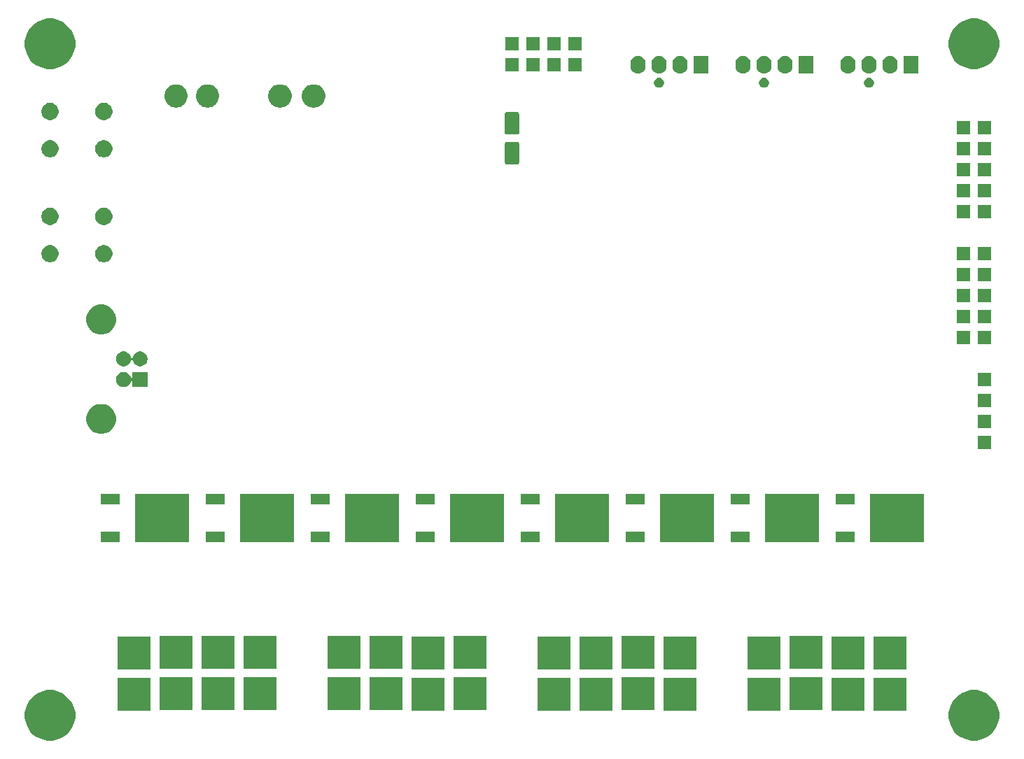
<source format=gbr>
G04 #@! TF.GenerationSoftware,KiCad,Pcbnew,5.1.5-52549c5~84~ubuntu18.04.1*
G04 #@! TF.CreationDate,2020-01-05T00:06:13+01:00*
G04 #@! TF.ProjectId,PCB,5043422e-6b69-4636-9164-5f7063625858,rev?*
G04 #@! TF.SameCoordinates,Original*
G04 #@! TF.FileFunction,Soldermask,Top*
G04 #@! TF.FilePolarity,Negative*
%FSLAX46Y46*%
G04 Gerber Fmt 4.6, Leading zero omitted, Abs format (unit mm)*
G04 Created by KiCad (PCBNEW 5.1.5-52549c5~84~ubuntu18.04.1) date 2020-01-05 00:06:13*
%MOMM*%
%LPD*%
G04 APERTURE LIST*
%ADD10C,0.100000*%
G04 APERTURE END LIST*
D10*
G36*
X204089943Y-129146248D02*
G01*
X204645189Y-129376238D01*
X204645190Y-129376239D01*
X205144899Y-129710134D01*
X205569866Y-130135101D01*
X205569867Y-130135103D01*
X205903762Y-130634811D01*
X206133752Y-131190057D01*
X206251000Y-131779501D01*
X206251000Y-132380499D01*
X206133752Y-132969943D01*
X205903762Y-133525189D01*
X205903761Y-133525190D01*
X205569866Y-134024899D01*
X205144899Y-134449866D01*
X204893347Y-134617948D01*
X204645189Y-134783762D01*
X204089943Y-135013752D01*
X203500499Y-135131000D01*
X202899501Y-135131000D01*
X202310057Y-135013752D01*
X201754811Y-134783762D01*
X201506653Y-134617948D01*
X201255101Y-134449866D01*
X200830134Y-134024899D01*
X200496239Y-133525190D01*
X200496238Y-133525189D01*
X200266248Y-132969943D01*
X200149000Y-132380499D01*
X200149000Y-131779501D01*
X200266248Y-131190057D01*
X200496238Y-130634811D01*
X200830133Y-130135103D01*
X200830134Y-130135101D01*
X201255101Y-129710134D01*
X201754810Y-129376239D01*
X201754811Y-129376238D01*
X202310057Y-129146248D01*
X202899501Y-129029000D01*
X203500499Y-129029000D01*
X204089943Y-129146248D01*
G37*
G36*
X92329943Y-129146248D02*
G01*
X92885189Y-129376238D01*
X92885190Y-129376239D01*
X93384899Y-129710134D01*
X93809866Y-130135101D01*
X93809867Y-130135103D01*
X94143762Y-130634811D01*
X94373752Y-131190057D01*
X94491000Y-131779501D01*
X94491000Y-132380499D01*
X94373752Y-132969943D01*
X94143762Y-133525189D01*
X94143761Y-133525190D01*
X93809866Y-134024899D01*
X93384899Y-134449866D01*
X93133347Y-134617948D01*
X92885189Y-134783762D01*
X92329943Y-135013752D01*
X91740499Y-135131000D01*
X91139501Y-135131000D01*
X90550057Y-135013752D01*
X89994811Y-134783762D01*
X89746653Y-134617948D01*
X89495101Y-134449866D01*
X89070134Y-134024899D01*
X88736239Y-133525190D01*
X88736238Y-133525189D01*
X88506248Y-132969943D01*
X88389000Y-132380499D01*
X88389000Y-131779501D01*
X88506248Y-131190057D01*
X88736238Y-130634811D01*
X89070133Y-130135103D01*
X89070134Y-130135101D01*
X89495101Y-129710134D01*
X89994810Y-129376239D01*
X89994811Y-129376238D01*
X90550057Y-129146248D01*
X91139501Y-129029000D01*
X91740499Y-129029000D01*
X92329943Y-129146248D01*
G37*
G36*
X179756000Y-131496000D02*
G01*
X175844000Y-131496000D01*
X175844000Y-127584000D01*
X179756000Y-127584000D01*
X179756000Y-131496000D01*
G37*
G36*
X189916000Y-131496000D02*
G01*
X186004000Y-131496000D01*
X186004000Y-127584000D01*
X189916000Y-127584000D01*
X189916000Y-131496000D01*
G37*
G36*
X194996000Y-131496000D02*
G01*
X191084000Y-131496000D01*
X191084000Y-127584000D01*
X194996000Y-127584000D01*
X194996000Y-131496000D01*
G37*
G36*
X159436000Y-131496000D02*
G01*
X155524000Y-131496000D01*
X155524000Y-127584000D01*
X159436000Y-127584000D01*
X159436000Y-131496000D01*
G37*
G36*
X154356000Y-131496000D02*
G01*
X150444000Y-131496000D01*
X150444000Y-127584000D01*
X154356000Y-127584000D01*
X154356000Y-131496000D01*
G37*
G36*
X139116000Y-131496000D02*
G01*
X135204000Y-131496000D01*
X135204000Y-127584000D01*
X139116000Y-127584000D01*
X139116000Y-131496000D01*
G37*
G36*
X103556000Y-131496000D02*
G01*
X99644000Y-131496000D01*
X99644000Y-127584000D01*
X103556000Y-127584000D01*
X103556000Y-131496000D01*
G37*
G36*
X169596000Y-131496000D02*
G01*
X165684000Y-131496000D01*
X165684000Y-127584000D01*
X169596000Y-127584000D01*
X169596000Y-131496000D01*
G37*
G36*
X118796000Y-131416000D02*
G01*
X114884000Y-131416000D01*
X114884000Y-127504000D01*
X118796000Y-127504000D01*
X118796000Y-131416000D01*
G37*
G36*
X184836000Y-131416000D02*
G01*
X180924000Y-131416000D01*
X180924000Y-127504000D01*
X184836000Y-127504000D01*
X184836000Y-131416000D01*
G37*
G36*
X144196000Y-131416000D02*
G01*
X140284000Y-131416000D01*
X140284000Y-127504000D01*
X144196000Y-127504000D01*
X144196000Y-131416000D01*
G37*
G36*
X113716000Y-131416000D02*
G01*
X109804000Y-131416000D01*
X109804000Y-127504000D01*
X113716000Y-127504000D01*
X113716000Y-131416000D01*
G37*
G36*
X108636000Y-131416000D02*
G01*
X104724000Y-131416000D01*
X104724000Y-127504000D01*
X108636000Y-127504000D01*
X108636000Y-131416000D01*
G37*
G36*
X134036000Y-131416000D02*
G01*
X130124000Y-131416000D01*
X130124000Y-127504000D01*
X134036000Y-127504000D01*
X134036000Y-131416000D01*
G37*
G36*
X128956000Y-131416000D02*
G01*
X125044000Y-131416000D01*
X125044000Y-127504000D01*
X128956000Y-127504000D01*
X128956000Y-131416000D01*
G37*
G36*
X164516000Y-131416000D02*
G01*
X160604000Y-131416000D01*
X160604000Y-127504000D01*
X164516000Y-127504000D01*
X164516000Y-131416000D01*
G37*
G36*
X139116000Y-126496000D02*
G01*
X135204000Y-126496000D01*
X135204000Y-122584000D01*
X139116000Y-122584000D01*
X139116000Y-126496000D01*
G37*
G36*
X169596000Y-126496000D02*
G01*
X165684000Y-126496000D01*
X165684000Y-122584000D01*
X169596000Y-122584000D01*
X169596000Y-126496000D01*
G37*
G36*
X194996000Y-126496000D02*
G01*
X191084000Y-126496000D01*
X191084000Y-122584000D01*
X194996000Y-122584000D01*
X194996000Y-126496000D01*
G37*
G36*
X179756000Y-126496000D02*
G01*
X175844000Y-126496000D01*
X175844000Y-122584000D01*
X179756000Y-122584000D01*
X179756000Y-126496000D01*
G37*
G36*
X189916000Y-126496000D02*
G01*
X186004000Y-126496000D01*
X186004000Y-122584000D01*
X189916000Y-122584000D01*
X189916000Y-126496000D01*
G37*
G36*
X159436000Y-126496000D02*
G01*
X155524000Y-126496000D01*
X155524000Y-122584000D01*
X159436000Y-122584000D01*
X159436000Y-126496000D01*
G37*
G36*
X154356000Y-126496000D02*
G01*
X150444000Y-126496000D01*
X150444000Y-122584000D01*
X154356000Y-122584000D01*
X154356000Y-126496000D01*
G37*
G36*
X103556000Y-126496000D02*
G01*
X99644000Y-126496000D01*
X99644000Y-122584000D01*
X103556000Y-122584000D01*
X103556000Y-126496000D01*
G37*
G36*
X134036000Y-126416000D02*
G01*
X130124000Y-126416000D01*
X130124000Y-122504000D01*
X134036000Y-122504000D01*
X134036000Y-126416000D01*
G37*
G36*
X144196000Y-126416000D02*
G01*
X140284000Y-126416000D01*
X140284000Y-122504000D01*
X144196000Y-122504000D01*
X144196000Y-126416000D01*
G37*
G36*
X128956000Y-126416000D02*
G01*
X125044000Y-126416000D01*
X125044000Y-122504000D01*
X128956000Y-122504000D01*
X128956000Y-126416000D01*
G37*
G36*
X184836000Y-126416000D02*
G01*
X180924000Y-126416000D01*
X180924000Y-122504000D01*
X184836000Y-122504000D01*
X184836000Y-126416000D01*
G37*
G36*
X164516000Y-126416000D02*
G01*
X160604000Y-126416000D01*
X160604000Y-122504000D01*
X164516000Y-122504000D01*
X164516000Y-126416000D01*
G37*
G36*
X108636000Y-126416000D02*
G01*
X104724000Y-126416000D01*
X104724000Y-122504000D01*
X108636000Y-122504000D01*
X108636000Y-126416000D01*
G37*
G36*
X113716000Y-126416000D02*
G01*
X109804000Y-126416000D01*
X109804000Y-122504000D01*
X113716000Y-122504000D01*
X113716000Y-126416000D01*
G37*
G36*
X118796000Y-126416000D02*
G01*
X114884000Y-126416000D01*
X114884000Y-122504000D01*
X118796000Y-122504000D01*
X118796000Y-126416000D01*
G37*
G36*
X146356000Y-111156000D02*
G01*
X139854000Y-111156000D01*
X139854000Y-105254000D01*
X146356000Y-105254000D01*
X146356000Y-111156000D01*
G37*
G36*
X197156000Y-111156000D02*
G01*
X190654000Y-111156000D01*
X190654000Y-105254000D01*
X197156000Y-105254000D01*
X197156000Y-111156000D01*
G37*
G36*
X184456000Y-111156000D02*
G01*
X177954000Y-111156000D01*
X177954000Y-105254000D01*
X184456000Y-105254000D01*
X184456000Y-111156000D01*
G37*
G36*
X171756000Y-111156000D02*
G01*
X165254000Y-111156000D01*
X165254000Y-105254000D01*
X171756000Y-105254000D01*
X171756000Y-111156000D01*
G37*
G36*
X159056000Y-111156000D02*
G01*
X152554000Y-111156000D01*
X152554000Y-105254000D01*
X159056000Y-105254000D01*
X159056000Y-111156000D01*
G37*
G36*
X133656000Y-111156000D02*
G01*
X127154000Y-111156000D01*
X127154000Y-105254000D01*
X133656000Y-105254000D01*
X133656000Y-111156000D01*
G37*
G36*
X120956000Y-111156000D02*
G01*
X114454000Y-111156000D01*
X114454000Y-105254000D01*
X120956000Y-105254000D01*
X120956000Y-111156000D01*
G37*
G36*
X108256000Y-111156000D02*
G01*
X101754000Y-111156000D01*
X101754000Y-105254000D01*
X108256000Y-105254000D01*
X108256000Y-111156000D01*
G37*
G36*
X150656000Y-111136000D02*
G01*
X148354000Y-111136000D01*
X148354000Y-109834000D01*
X150656000Y-109834000D01*
X150656000Y-111136000D01*
G37*
G36*
X188756000Y-111136000D02*
G01*
X186454000Y-111136000D01*
X186454000Y-109834000D01*
X188756000Y-109834000D01*
X188756000Y-111136000D01*
G37*
G36*
X176056000Y-111136000D02*
G01*
X173754000Y-111136000D01*
X173754000Y-109834000D01*
X176056000Y-109834000D01*
X176056000Y-111136000D01*
G37*
G36*
X163356000Y-111136000D02*
G01*
X161054000Y-111136000D01*
X161054000Y-109834000D01*
X163356000Y-109834000D01*
X163356000Y-111136000D01*
G37*
G36*
X125256000Y-111136000D02*
G01*
X122954000Y-111136000D01*
X122954000Y-109834000D01*
X125256000Y-109834000D01*
X125256000Y-111136000D01*
G37*
G36*
X112556000Y-111136000D02*
G01*
X110254000Y-111136000D01*
X110254000Y-109834000D01*
X112556000Y-109834000D01*
X112556000Y-111136000D01*
G37*
G36*
X99856000Y-111136000D02*
G01*
X97554000Y-111136000D01*
X97554000Y-109834000D01*
X99856000Y-109834000D01*
X99856000Y-111136000D01*
G37*
G36*
X137956000Y-111136000D02*
G01*
X135654000Y-111136000D01*
X135654000Y-109834000D01*
X137956000Y-109834000D01*
X137956000Y-111136000D01*
G37*
G36*
X137956000Y-106576000D02*
G01*
X135654000Y-106576000D01*
X135654000Y-105274000D01*
X137956000Y-105274000D01*
X137956000Y-106576000D01*
G37*
G36*
X163356000Y-106576000D02*
G01*
X161054000Y-106576000D01*
X161054000Y-105274000D01*
X163356000Y-105274000D01*
X163356000Y-106576000D01*
G37*
G36*
X176056000Y-106576000D02*
G01*
X173754000Y-106576000D01*
X173754000Y-105274000D01*
X176056000Y-105274000D01*
X176056000Y-106576000D01*
G37*
G36*
X150656000Y-106576000D02*
G01*
X148354000Y-106576000D01*
X148354000Y-105274000D01*
X150656000Y-105274000D01*
X150656000Y-106576000D01*
G37*
G36*
X99856000Y-106576000D02*
G01*
X97554000Y-106576000D01*
X97554000Y-105274000D01*
X99856000Y-105274000D01*
X99856000Y-106576000D01*
G37*
G36*
X112556000Y-106576000D02*
G01*
X110254000Y-106576000D01*
X110254000Y-105274000D01*
X112556000Y-105274000D01*
X112556000Y-106576000D01*
G37*
G36*
X188756000Y-106576000D02*
G01*
X186454000Y-106576000D01*
X186454000Y-105274000D01*
X188756000Y-105274000D01*
X188756000Y-106576000D01*
G37*
G36*
X125256000Y-106576000D02*
G01*
X122954000Y-106576000D01*
X122954000Y-105274000D01*
X125256000Y-105274000D01*
X125256000Y-106576000D01*
G37*
G36*
X205283000Y-99873000D02*
G01*
X203657000Y-99873000D01*
X203657000Y-98247000D01*
X205283000Y-98247000D01*
X205283000Y-99873000D01*
G37*
G36*
X98145331Y-94478211D02*
G01*
X98473092Y-94613974D01*
X98768070Y-94811072D01*
X99018928Y-95061930D01*
X99216026Y-95356908D01*
X99351789Y-95684669D01*
X99421000Y-96032616D01*
X99421000Y-96387384D01*
X99351789Y-96735331D01*
X99216026Y-97063092D01*
X99018928Y-97358070D01*
X98768070Y-97608928D01*
X98473092Y-97806026D01*
X98145331Y-97941789D01*
X97797384Y-98011000D01*
X97442616Y-98011000D01*
X97094669Y-97941789D01*
X96766908Y-97806026D01*
X96471930Y-97608928D01*
X96221072Y-97358070D01*
X96023974Y-97063092D01*
X95888211Y-96735331D01*
X95819000Y-96387384D01*
X95819000Y-96032616D01*
X95888211Y-95684669D01*
X96023974Y-95356908D01*
X96221072Y-95061930D01*
X96471930Y-94811072D01*
X96766908Y-94613974D01*
X97094669Y-94478211D01*
X97442616Y-94409000D01*
X97797384Y-94409000D01*
X98145331Y-94478211D01*
G37*
G36*
X205283000Y-97333000D02*
G01*
X203657000Y-97333000D01*
X203657000Y-95707000D01*
X205283000Y-95707000D01*
X205283000Y-97333000D01*
G37*
G36*
X205283000Y-94793000D02*
G01*
X203657000Y-94793000D01*
X203657000Y-93167000D01*
X205283000Y-93167000D01*
X205283000Y-94793000D01*
G37*
G36*
X100443512Y-90543927D02*
G01*
X100592812Y-90573624D01*
X100756784Y-90641544D01*
X100904354Y-90740147D01*
X101029853Y-90865646D01*
X101128456Y-91013216D01*
X101188523Y-91158229D01*
X101200068Y-91179829D01*
X101215613Y-91198771D01*
X101234555Y-91214316D01*
X101256166Y-91225867D01*
X101279615Y-91232980D01*
X101304001Y-91235382D01*
X101328387Y-91232980D01*
X101351836Y-91225867D01*
X101373447Y-91214316D01*
X101392389Y-91198771D01*
X101407934Y-91179829D01*
X101419485Y-91158218D01*
X101426598Y-91134769D01*
X101429000Y-91110383D01*
X101429000Y-90539000D01*
X103231000Y-90539000D01*
X103231000Y-92341000D01*
X101429000Y-92341000D01*
X101429000Y-91769617D01*
X101426598Y-91745231D01*
X101419485Y-91721782D01*
X101407934Y-91700171D01*
X101392389Y-91681229D01*
X101373447Y-91665684D01*
X101351836Y-91654133D01*
X101328387Y-91647020D01*
X101304001Y-91644618D01*
X101279615Y-91647020D01*
X101256166Y-91654133D01*
X101234555Y-91665684D01*
X101215613Y-91681229D01*
X101200068Y-91700171D01*
X101188523Y-91721771D01*
X101128456Y-91866784D01*
X101029853Y-92014354D01*
X100904354Y-92139853D01*
X100756784Y-92238456D01*
X100592812Y-92306376D01*
X100443512Y-92336073D01*
X100418742Y-92341000D01*
X100241258Y-92341000D01*
X100216488Y-92336073D01*
X100067188Y-92306376D01*
X99903216Y-92238456D01*
X99755646Y-92139853D01*
X99630147Y-92014354D01*
X99531544Y-91866784D01*
X99463624Y-91702812D01*
X99429000Y-91528741D01*
X99429000Y-91351259D01*
X99463624Y-91177188D01*
X99531544Y-91013216D01*
X99630147Y-90865646D01*
X99755646Y-90740147D01*
X99903216Y-90641544D01*
X100067188Y-90573624D01*
X100216488Y-90543927D01*
X100241258Y-90539000D01*
X100418742Y-90539000D01*
X100443512Y-90543927D01*
G37*
G36*
X205283000Y-92253000D02*
G01*
X203657000Y-92253000D01*
X203657000Y-90627000D01*
X205283000Y-90627000D01*
X205283000Y-92253000D01*
G37*
G36*
X100443512Y-88043927D02*
G01*
X100592812Y-88073624D01*
X100756784Y-88141544D01*
X100904354Y-88240147D01*
X101029853Y-88365646D01*
X101128456Y-88513216D01*
X101196376Y-88677188D01*
X101207405Y-88732638D01*
X101214516Y-88756078D01*
X101226067Y-88777689D01*
X101241613Y-88796631D01*
X101260555Y-88812176D01*
X101282165Y-88823727D01*
X101305614Y-88830840D01*
X101330000Y-88833242D01*
X101354387Y-88830840D01*
X101377835Y-88823727D01*
X101399446Y-88812176D01*
X101418388Y-88796630D01*
X101433933Y-88777688D01*
X101445484Y-88756078D01*
X101452595Y-88732638D01*
X101463624Y-88677188D01*
X101531544Y-88513216D01*
X101630147Y-88365646D01*
X101755646Y-88240147D01*
X101903216Y-88141544D01*
X102067188Y-88073624D01*
X102216488Y-88043927D01*
X102241258Y-88039000D01*
X102418742Y-88039000D01*
X102443512Y-88043927D01*
X102592812Y-88073624D01*
X102756784Y-88141544D01*
X102904354Y-88240147D01*
X103029853Y-88365646D01*
X103128456Y-88513216D01*
X103196376Y-88677188D01*
X103231000Y-88851259D01*
X103231000Y-89028741D01*
X103196376Y-89202812D01*
X103128456Y-89366784D01*
X103029853Y-89514354D01*
X102904354Y-89639853D01*
X102756784Y-89738456D01*
X102592812Y-89806376D01*
X102443512Y-89836073D01*
X102418742Y-89841000D01*
X102241258Y-89841000D01*
X102216488Y-89836073D01*
X102067188Y-89806376D01*
X101903216Y-89738456D01*
X101755646Y-89639853D01*
X101630147Y-89514354D01*
X101531544Y-89366784D01*
X101463624Y-89202812D01*
X101452595Y-89147362D01*
X101445484Y-89123922D01*
X101433933Y-89102311D01*
X101418387Y-89083369D01*
X101399445Y-89067824D01*
X101377835Y-89056273D01*
X101354386Y-89049160D01*
X101330000Y-89046758D01*
X101305613Y-89049160D01*
X101282165Y-89056273D01*
X101260554Y-89067824D01*
X101241612Y-89083370D01*
X101226067Y-89102312D01*
X101214516Y-89123922D01*
X101207405Y-89147362D01*
X101196376Y-89202812D01*
X101128456Y-89366784D01*
X101029853Y-89514354D01*
X100904354Y-89639853D01*
X100756784Y-89738456D01*
X100592812Y-89806376D01*
X100443512Y-89836073D01*
X100418742Y-89841000D01*
X100241258Y-89841000D01*
X100216488Y-89836073D01*
X100067188Y-89806376D01*
X99903216Y-89738456D01*
X99755646Y-89639853D01*
X99630147Y-89514354D01*
X99531544Y-89366784D01*
X99463624Y-89202812D01*
X99429000Y-89028741D01*
X99429000Y-88851259D01*
X99463624Y-88677188D01*
X99531544Y-88513216D01*
X99630147Y-88365646D01*
X99755646Y-88240147D01*
X99903216Y-88141544D01*
X100067188Y-88073624D01*
X100216488Y-88043927D01*
X100241258Y-88039000D01*
X100418742Y-88039000D01*
X100443512Y-88043927D01*
G37*
G36*
X205283000Y-87173000D02*
G01*
X203657000Y-87173000D01*
X203657000Y-85547000D01*
X205283000Y-85547000D01*
X205283000Y-87173000D01*
G37*
G36*
X202743000Y-87173000D02*
G01*
X201117000Y-87173000D01*
X201117000Y-85547000D01*
X202743000Y-85547000D01*
X202743000Y-87173000D01*
G37*
G36*
X98145331Y-82438211D02*
G01*
X98473092Y-82573974D01*
X98768070Y-82771072D01*
X99018928Y-83021930D01*
X99216026Y-83316908D01*
X99351789Y-83644669D01*
X99421000Y-83992616D01*
X99421000Y-84347384D01*
X99351789Y-84695331D01*
X99216026Y-85023092D01*
X99018928Y-85318070D01*
X98768070Y-85568928D01*
X98473092Y-85766026D01*
X98145331Y-85901789D01*
X97797384Y-85971000D01*
X97442616Y-85971000D01*
X97094669Y-85901789D01*
X96766908Y-85766026D01*
X96471930Y-85568928D01*
X96221072Y-85318070D01*
X96023974Y-85023092D01*
X95888211Y-84695331D01*
X95819000Y-84347384D01*
X95819000Y-83992616D01*
X95888211Y-83644669D01*
X96023974Y-83316908D01*
X96221072Y-83021930D01*
X96471930Y-82771072D01*
X96766908Y-82573974D01*
X97094669Y-82438211D01*
X97442616Y-82369000D01*
X97797384Y-82369000D01*
X98145331Y-82438211D01*
G37*
G36*
X205283000Y-84633000D02*
G01*
X203657000Y-84633000D01*
X203657000Y-83007000D01*
X205283000Y-83007000D01*
X205283000Y-84633000D01*
G37*
G36*
X202743000Y-84633000D02*
G01*
X201117000Y-84633000D01*
X201117000Y-83007000D01*
X202743000Y-83007000D01*
X202743000Y-84633000D01*
G37*
G36*
X205283000Y-82093000D02*
G01*
X203657000Y-82093000D01*
X203657000Y-80467000D01*
X205283000Y-80467000D01*
X205283000Y-82093000D01*
G37*
G36*
X202743000Y-82093000D02*
G01*
X201117000Y-82093000D01*
X201117000Y-80467000D01*
X202743000Y-80467000D01*
X202743000Y-82093000D01*
G37*
G36*
X202743000Y-79553000D02*
G01*
X201117000Y-79553000D01*
X201117000Y-77927000D01*
X202743000Y-77927000D01*
X202743000Y-79553000D01*
G37*
G36*
X205283000Y-79553000D02*
G01*
X203657000Y-79553000D01*
X203657000Y-77927000D01*
X205283000Y-77927000D01*
X205283000Y-79553000D01*
G37*
G36*
X98246564Y-75189389D02*
G01*
X98437833Y-75268615D01*
X98437835Y-75268616D01*
X98609973Y-75383635D01*
X98756365Y-75530027D01*
X98871385Y-75702167D01*
X98950611Y-75893436D01*
X98991000Y-76096484D01*
X98991000Y-76303516D01*
X98950611Y-76506564D01*
X98871385Y-76697833D01*
X98871384Y-76697835D01*
X98756365Y-76869973D01*
X98609973Y-77016365D01*
X98437835Y-77131384D01*
X98437834Y-77131385D01*
X98437833Y-77131385D01*
X98246564Y-77210611D01*
X98043516Y-77251000D01*
X97836484Y-77251000D01*
X97633436Y-77210611D01*
X97442167Y-77131385D01*
X97442166Y-77131385D01*
X97442165Y-77131384D01*
X97270027Y-77016365D01*
X97123635Y-76869973D01*
X97008616Y-76697835D01*
X97008615Y-76697833D01*
X96929389Y-76506564D01*
X96889000Y-76303516D01*
X96889000Y-76096484D01*
X96929389Y-75893436D01*
X97008615Y-75702167D01*
X97123635Y-75530027D01*
X97270027Y-75383635D01*
X97442165Y-75268616D01*
X97442167Y-75268615D01*
X97633436Y-75189389D01*
X97836484Y-75149000D01*
X98043516Y-75149000D01*
X98246564Y-75189389D01*
G37*
G36*
X91746564Y-75189389D02*
G01*
X91937833Y-75268615D01*
X91937835Y-75268616D01*
X92109973Y-75383635D01*
X92256365Y-75530027D01*
X92371385Y-75702167D01*
X92450611Y-75893436D01*
X92491000Y-76096484D01*
X92491000Y-76303516D01*
X92450611Y-76506564D01*
X92371385Y-76697833D01*
X92371384Y-76697835D01*
X92256365Y-76869973D01*
X92109973Y-77016365D01*
X91937835Y-77131384D01*
X91937834Y-77131385D01*
X91937833Y-77131385D01*
X91746564Y-77210611D01*
X91543516Y-77251000D01*
X91336484Y-77251000D01*
X91133436Y-77210611D01*
X90942167Y-77131385D01*
X90942166Y-77131385D01*
X90942165Y-77131384D01*
X90770027Y-77016365D01*
X90623635Y-76869973D01*
X90508616Y-76697835D01*
X90508615Y-76697833D01*
X90429389Y-76506564D01*
X90389000Y-76303516D01*
X90389000Y-76096484D01*
X90429389Y-75893436D01*
X90508615Y-75702167D01*
X90623635Y-75530027D01*
X90770027Y-75383635D01*
X90942165Y-75268616D01*
X90942167Y-75268615D01*
X91133436Y-75189389D01*
X91336484Y-75149000D01*
X91543516Y-75149000D01*
X91746564Y-75189389D01*
G37*
G36*
X205283000Y-77013000D02*
G01*
X203657000Y-77013000D01*
X203657000Y-75387000D01*
X205283000Y-75387000D01*
X205283000Y-77013000D01*
G37*
G36*
X202743000Y-77013000D02*
G01*
X201117000Y-77013000D01*
X201117000Y-75387000D01*
X202743000Y-75387000D01*
X202743000Y-77013000D01*
G37*
G36*
X98246564Y-70689389D02*
G01*
X98437833Y-70768615D01*
X98437835Y-70768616D01*
X98609973Y-70883635D01*
X98756365Y-71030027D01*
X98871385Y-71202167D01*
X98950611Y-71393436D01*
X98991000Y-71596484D01*
X98991000Y-71803516D01*
X98950611Y-72006564D01*
X98871385Y-72197833D01*
X98871384Y-72197835D01*
X98756365Y-72369973D01*
X98609973Y-72516365D01*
X98437835Y-72631384D01*
X98437834Y-72631385D01*
X98437833Y-72631385D01*
X98246564Y-72710611D01*
X98043516Y-72751000D01*
X97836484Y-72751000D01*
X97633436Y-72710611D01*
X97442167Y-72631385D01*
X97442166Y-72631385D01*
X97442165Y-72631384D01*
X97270027Y-72516365D01*
X97123635Y-72369973D01*
X97008616Y-72197835D01*
X97008615Y-72197833D01*
X96929389Y-72006564D01*
X96889000Y-71803516D01*
X96889000Y-71596484D01*
X96929389Y-71393436D01*
X97008615Y-71202167D01*
X97123635Y-71030027D01*
X97270027Y-70883635D01*
X97442165Y-70768616D01*
X97442167Y-70768615D01*
X97633436Y-70689389D01*
X97836484Y-70649000D01*
X98043516Y-70649000D01*
X98246564Y-70689389D01*
G37*
G36*
X91746564Y-70689389D02*
G01*
X91937833Y-70768615D01*
X91937835Y-70768616D01*
X92109973Y-70883635D01*
X92256365Y-71030027D01*
X92371385Y-71202167D01*
X92450611Y-71393436D01*
X92491000Y-71596484D01*
X92491000Y-71803516D01*
X92450611Y-72006564D01*
X92371385Y-72197833D01*
X92371384Y-72197835D01*
X92256365Y-72369973D01*
X92109973Y-72516365D01*
X91937835Y-72631384D01*
X91937834Y-72631385D01*
X91937833Y-72631385D01*
X91746564Y-72710611D01*
X91543516Y-72751000D01*
X91336484Y-72751000D01*
X91133436Y-72710611D01*
X90942167Y-72631385D01*
X90942166Y-72631385D01*
X90942165Y-72631384D01*
X90770027Y-72516365D01*
X90623635Y-72369973D01*
X90508616Y-72197835D01*
X90508615Y-72197833D01*
X90429389Y-72006564D01*
X90389000Y-71803516D01*
X90389000Y-71596484D01*
X90429389Y-71393436D01*
X90508615Y-71202167D01*
X90623635Y-71030027D01*
X90770027Y-70883635D01*
X90942165Y-70768616D01*
X90942167Y-70768615D01*
X91133436Y-70689389D01*
X91336484Y-70649000D01*
X91543516Y-70649000D01*
X91746564Y-70689389D01*
G37*
G36*
X205283000Y-71933000D02*
G01*
X203657000Y-71933000D01*
X203657000Y-70307000D01*
X205283000Y-70307000D01*
X205283000Y-71933000D01*
G37*
G36*
X202743000Y-71933000D02*
G01*
X201117000Y-71933000D01*
X201117000Y-70307000D01*
X202743000Y-70307000D01*
X202743000Y-71933000D01*
G37*
G36*
X202743000Y-69393000D02*
G01*
X201117000Y-69393000D01*
X201117000Y-67767000D01*
X202743000Y-67767000D01*
X202743000Y-69393000D01*
G37*
G36*
X205283000Y-69393000D02*
G01*
X203657000Y-69393000D01*
X203657000Y-67767000D01*
X205283000Y-67767000D01*
X205283000Y-69393000D01*
G37*
G36*
X205283000Y-66853000D02*
G01*
X203657000Y-66853000D01*
X203657000Y-65227000D01*
X205283000Y-65227000D01*
X205283000Y-66853000D01*
G37*
G36*
X202743000Y-66853000D02*
G01*
X201117000Y-66853000D01*
X201117000Y-65227000D01*
X202743000Y-65227000D01*
X202743000Y-66853000D01*
G37*
G36*
X148025997Y-62683051D02*
G01*
X148059652Y-62693261D01*
X148090665Y-62709838D01*
X148117851Y-62732149D01*
X148140162Y-62759335D01*
X148156739Y-62790348D01*
X148166949Y-62824003D01*
X148171000Y-62865138D01*
X148171000Y-65194862D01*
X148166949Y-65235997D01*
X148156739Y-65269652D01*
X148140162Y-65300665D01*
X148117851Y-65327851D01*
X148090665Y-65350162D01*
X148059652Y-65366739D01*
X148025997Y-65376949D01*
X147984862Y-65381000D01*
X146655138Y-65381000D01*
X146614003Y-65376949D01*
X146580348Y-65366739D01*
X146549335Y-65350162D01*
X146522149Y-65327851D01*
X146499838Y-65300665D01*
X146483261Y-65269652D01*
X146473051Y-65235997D01*
X146469000Y-65194862D01*
X146469000Y-62865138D01*
X146473051Y-62824003D01*
X146483261Y-62790348D01*
X146499838Y-62759335D01*
X146522149Y-62732149D01*
X146549335Y-62709838D01*
X146580348Y-62693261D01*
X146614003Y-62683051D01*
X146655138Y-62679000D01*
X147984862Y-62679000D01*
X148025997Y-62683051D01*
G37*
G36*
X98246564Y-62489389D02*
G01*
X98437833Y-62568615D01*
X98437835Y-62568616D01*
X98603036Y-62679000D01*
X98609973Y-62683635D01*
X98756365Y-62830027D01*
X98871385Y-63002167D01*
X98950611Y-63193436D01*
X98991000Y-63396484D01*
X98991000Y-63603516D01*
X98950611Y-63806564D01*
X98871385Y-63997833D01*
X98871384Y-63997835D01*
X98756365Y-64169973D01*
X98609973Y-64316365D01*
X98437835Y-64431384D01*
X98437834Y-64431385D01*
X98437833Y-64431385D01*
X98246564Y-64510611D01*
X98043516Y-64551000D01*
X97836484Y-64551000D01*
X97633436Y-64510611D01*
X97442167Y-64431385D01*
X97442166Y-64431385D01*
X97442165Y-64431384D01*
X97270027Y-64316365D01*
X97123635Y-64169973D01*
X97008616Y-63997835D01*
X97008615Y-63997833D01*
X96929389Y-63806564D01*
X96889000Y-63603516D01*
X96889000Y-63396484D01*
X96929389Y-63193436D01*
X97008615Y-63002167D01*
X97123635Y-62830027D01*
X97270027Y-62683635D01*
X97276964Y-62679000D01*
X97442165Y-62568616D01*
X97442167Y-62568615D01*
X97633436Y-62489389D01*
X97836484Y-62449000D01*
X98043516Y-62449000D01*
X98246564Y-62489389D01*
G37*
G36*
X91746564Y-62489389D02*
G01*
X91937833Y-62568615D01*
X91937835Y-62568616D01*
X92103036Y-62679000D01*
X92109973Y-62683635D01*
X92256365Y-62830027D01*
X92371385Y-63002167D01*
X92450611Y-63193436D01*
X92491000Y-63396484D01*
X92491000Y-63603516D01*
X92450611Y-63806564D01*
X92371385Y-63997833D01*
X92371384Y-63997835D01*
X92256365Y-64169973D01*
X92109973Y-64316365D01*
X91937835Y-64431384D01*
X91937834Y-64431385D01*
X91937833Y-64431385D01*
X91746564Y-64510611D01*
X91543516Y-64551000D01*
X91336484Y-64551000D01*
X91133436Y-64510611D01*
X90942167Y-64431385D01*
X90942166Y-64431385D01*
X90942165Y-64431384D01*
X90770027Y-64316365D01*
X90623635Y-64169973D01*
X90508616Y-63997835D01*
X90508615Y-63997833D01*
X90429389Y-63806564D01*
X90389000Y-63603516D01*
X90389000Y-63396484D01*
X90429389Y-63193436D01*
X90508615Y-63002167D01*
X90623635Y-62830027D01*
X90770027Y-62683635D01*
X90776964Y-62679000D01*
X90942165Y-62568616D01*
X90942167Y-62568615D01*
X91133436Y-62489389D01*
X91336484Y-62449000D01*
X91543516Y-62449000D01*
X91746564Y-62489389D01*
G37*
G36*
X202743000Y-64313000D02*
G01*
X201117000Y-64313000D01*
X201117000Y-62687000D01*
X202743000Y-62687000D01*
X202743000Y-64313000D01*
G37*
G36*
X205283000Y-64313000D02*
G01*
X203657000Y-64313000D01*
X203657000Y-62687000D01*
X205283000Y-62687000D01*
X205283000Y-64313000D01*
G37*
G36*
X148025997Y-59083051D02*
G01*
X148059652Y-59093261D01*
X148090665Y-59109838D01*
X148117851Y-59132149D01*
X148140162Y-59159335D01*
X148156739Y-59190348D01*
X148166949Y-59224003D01*
X148171000Y-59265138D01*
X148171000Y-61594862D01*
X148166949Y-61635997D01*
X148156739Y-61669652D01*
X148140162Y-61700665D01*
X148117851Y-61727851D01*
X148090665Y-61750162D01*
X148059652Y-61766739D01*
X148025997Y-61776949D01*
X147984862Y-61781000D01*
X146655138Y-61781000D01*
X146614003Y-61776949D01*
X146580348Y-61766739D01*
X146549335Y-61750162D01*
X146522149Y-61727851D01*
X146499838Y-61700665D01*
X146483261Y-61669652D01*
X146473051Y-61635997D01*
X146469000Y-61594862D01*
X146469000Y-59265138D01*
X146473051Y-59224003D01*
X146483261Y-59190348D01*
X146499838Y-59159335D01*
X146522149Y-59132149D01*
X146549335Y-59109838D01*
X146580348Y-59093261D01*
X146614003Y-59083051D01*
X146655138Y-59079000D01*
X147984862Y-59079000D01*
X148025997Y-59083051D01*
G37*
G36*
X202743000Y-61773000D02*
G01*
X201117000Y-61773000D01*
X201117000Y-60147000D01*
X202743000Y-60147000D01*
X202743000Y-61773000D01*
G37*
G36*
X205283000Y-61773000D02*
G01*
X203657000Y-61773000D01*
X203657000Y-60147000D01*
X205283000Y-60147000D01*
X205283000Y-61773000D01*
G37*
G36*
X98246564Y-57989389D02*
G01*
X98437833Y-58068615D01*
X98437835Y-58068616D01*
X98609973Y-58183635D01*
X98756365Y-58330027D01*
X98846659Y-58465161D01*
X98871385Y-58502167D01*
X98950611Y-58693436D01*
X98991000Y-58896484D01*
X98991000Y-59103516D01*
X98950611Y-59306564D01*
X98934716Y-59344937D01*
X98871384Y-59497835D01*
X98756365Y-59669973D01*
X98609973Y-59816365D01*
X98437835Y-59931384D01*
X98437834Y-59931385D01*
X98437833Y-59931385D01*
X98246564Y-60010611D01*
X98043516Y-60051000D01*
X97836484Y-60051000D01*
X97633436Y-60010611D01*
X97442167Y-59931385D01*
X97442166Y-59931385D01*
X97442165Y-59931384D01*
X97270027Y-59816365D01*
X97123635Y-59669973D01*
X97008616Y-59497835D01*
X96945284Y-59344937D01*
X96929389Y-59306564D01*
X96889000Y-59103516D01*
X96889000Y-58896484D01*
X96929389Y-58693436D01*
X97008615Y-58502167D01*
X97033342Y-58465161D01*
X97123635Y-58330027D01*
X97270027Y-58183635D01*
X97442165Y-58068616D01*
X97442167Y-58068615D01*
X97633436Y-57989389D01*
X97836484Y-57949000D01*
X98043516Y-57949000D01*
X98246564Y-57989389D01*
G37*
G36*
X91746564Y-57989389D02*
G01*
X91937833Y-58068615D01*
X91937835Y-58068616D01*
X92109973Y-58183635D01*
X92256365Y-58330027D01*
X92346659Y-58465161D01*
X92371385Y-58502167D01*
X92450611Y-58693436D01*
X92491000Y-58896484D01*
X92491000Y-59103516D01*
X92450611Y-59306564D01*
X92434716Y-59344937D01*
X92371384Y-59497835D01*
X92256365Y-59669973D01*
X92109973Y-59816365D01*
X91937835Y-59931384D01*
X91937834Y-59931385D01*
X91937833Y-59931385D01*
X91746564Y-60010611D01*
X91543516Y-60051000D01*
X91336484Y-60051000D01*
X91133436Y-60010611D01*
X90942167Y-59931385D01*
X90942166Y-59931385D01*
X90942165Y-59931384D01*
X90770027Y-59816365D01*
X90623635Y-59669973D01*
X90508616Y-59497835D01*
X90445284Y-59344937D01*
X90429389Y-59306564D01*
X90389000Y-59103516D01*
X90389000Y-58896484D01*
X90429389Y-58693436D01*
X90508615Y-58502167D01*
X90533342Y-58465161D01*
X90623635Y-58330027D01*
X90770027Y-58183635D01*
X90942165Y-58068616D01*
X90942167Y-58068615D01*
X91133436Y-57989389D01*
X91336484Y-57949000D01*
X91543516Y-57949000D01*
X91746564Y-57989389D01*
G37*
G36*
X123635433Y-55752893D02*
G01*
X123725657Y-55770839D01*
X123831267Y-55814585D01*
X123980621Y-55876449D01*
X123980622Y-55876450D01*
X124210086Y-56029772D01*
X124405228Y-56224914D01*
X124507675Y-56378237D01*
X124558551Y-56454379D01*
X124664161Y-56709344D01*
X124718000Y-56980012D01*
X124718000Y-57255988D01*
X124664161Y-57526656D01*
X124558551Y-57781621D01*
X124558550Y-57781622D01*
X124405228Y-58011086D01*
X124210086Y-58206228D01*
X124056763Y-58308675D01*
X123980621Y-58359551D01*
X123831267Y-58421415D01*
X123725657Y-58465161D01*
X123635433Y-58483107D01*
X123454988Y-58519000D01*
X123179012Y-58519000D01*
X122998567Y-58483107D01*
X122908343Y-58465161D01*
X122802733Y-58421415D01*
X122653379Y-58359551D01*
X122577237Y-58308675D01*
X122423914Y-58206228D01*
X122228772Y-58011086D01*
X122075450Y-57781622D01*
X122075449Y-57781621D01*
X121969839Y-57526656D01*
X121916000Y-57255988D01*
X121916000Y-56980012D01*
X121969839Y-56709344D01*
X122075449Y-56454379D01*
X122126325Y-56378237D01*
X122228772Y-56224914D01*
X122423914Y-56029772D01*
X122653378Y-55876450D01*
X122653379Y-55876449D01*
X122802733Y-55814585D01*
X122908343Y-55770839D01*
X122998567Y-55752893D01*
X123179012Y-55717000D01*
X123454988Y-55717000D01*
X123635433Y-55752893D01*
G37*
G36*
X119571433Y-55752893D02*
G01*
X119661657Y-55770839D01*
X119767267Y-55814585D01*
X119916621Y-55876449D01*
X119916622Y-55876450D01*
X120146086Y-56029772D01*
X120341228Y-56224914D01*
X120443675Y-56378237D01*
X120494551Y-56454379D01*
X120600161Y-56709344D01*
X120654000Y-56980012D01*
X120654000Y-57255988D01*
X120600161Y-57526656D01*
X120494551Y-57781621D01*
X120494550Y-57781622D01*
X120341228Y-58011086D01*
X120146086Y-58206228D01*
X119992763Y-58308675D01*
X119916621Y-58359551D01*
X119767267Y-58421415D01*
X119661657Y-58465161D01*
X119571433Y-58483107D01*
X119390988Y-58519000D01*
X119115012Y-58519000D01*
X118934567Y-58483107D01*
X118844343Y-58465161D01*
X118738733Y-58421415D01*
X118589379Y-58359551D01*
X118513237Y-58308675D01*
X118359914Y-58206228D01*
X118164772Y-58011086D01*
X118011450Y-57781622D01*
X118011449Y-57781621D01*
X117905839Y-57526656D01*
X117852000Y-57255988D01*
X117852000Y-56980012D01*
X117905839Y-56709344D01*
X118011449Y-56454379D01*
X118062325Y-56378237D01*
X118164772Y-56224914D01*
X118359914Y-56029772D01*
X118589378Y-55876450D01*
X118589379Y-55876449D01*
X118738733Y-55814585D01*
X118844343Y-55770839D01*
X118934567Y-55752893D01*
X119115012Y-55717000D01*
X119390988Y-55717000D01*
X119571433Y-55752893D01*
G37*
G36*
X110808433Y-55752893D02*
G01*
X110898657Y-55770839D01*
X111004267Y-55814585D01*
X111153621Y-55876449D01*
X111153622Y-55876450D01*
X111383086Y-56029772D01*
X111578228Y-56224914D01*
X111680675Y-56378237D01*
X111731551Y-56454379D01*
X111837161Y-56709344D01*
X111891000Y-56980012D01*
X111891000Y-57255988D01*
X111837161Y-57526656D01*
X111731551Y-57781621D01*
X111731550Y-57781622D01*
X111578228Y-58011086D01*
X111383086Y-58206228D01*
X111229763Y-58308675D01*
X111153621Y-58359551D01*
X111004267Y-58421415D01*
X110898657Y-58465161D01*
X110808433Y-58483107D01*
X110627988Y-58519000D01*
X110352012Y-58519000D01*
X110171567Y-58483107D01*
X110081343Y-58465161D01*
X109975733Y-58421415D01*
X109826379Y-58359551D01*
X109750237Y-58308675D01*
X109596914Y-58206228D01*
X109401772Y-58011086D01*
X109248450Y-57781622D01*
X109248449Y-57781621D01*
X109142839Y-57526656D01*
X109089000Y-57255988D01*
X109089000Y-56980012D01*
X109142839Y-56709344D01*
X109248449Y-56454379D01*
X109299325Y-56378237D01*
X109401772Y-56224914D01*
X109596914Y-56029772D01*
X109826378Y-55876450D01*
X109826379Y-55876449D01*
X109975733Y-55814585D01*
X110081343Y-55770839D01*
X110171567Y-55752893D01*
X110352012Y-55717000D01*
X110627988Y-55717000D01*
X110808433Y-55752893D01*
G37*
G36*
X106998433Y-55752893D02*
G01*
X107088657Y-55770839D01*
X107194267Y-55814585D01*
X107343621Y-55876449D01*
X107343622Y-55876450D01*
X107573086Y-56029772D01*
X107768228Y-56224914D01*
X107870675Y-56378237D01*
X107921551Y-56454379D01*
X108027161Y-56709344D01*
X108081000Y-56980012D01*
X108081000Y-57255988D01*
X108027161Y-57526656D01*
X107921551Y-57781621D01*
X107921550Y-57781622D01*
X107768228Y-58011086D01*
X107573086Y-58206228D01*
X107419763Y-58308675D01*
X107343621Y-58359551D01*
X107194267Y-58421415D01*
X107088657Y-58465161D01*
X106998433Y-58483107D01*
X106817988Y-58519000D01*
X106542012Y-58519000D01*
X106361567Y-58483107D01*
X106271343Y-58465161D01*
X106165733Y-58421415D01*
X106016379Y-58359551D01*
X105940237Y-58308675D01*
X105786914Y-58206228D01*
X105591772Y-58011086D01*
X105438450Y-57781622D01*
X105438449Y-57781621D01*
X105332839Y-57526656D01*
X105279000Y-57255988D01*
X105279000Y-56980012D01*
X105332839Y-56709344D01*
X105438449Y-56454379D01*
X105489325Y-56378237D01*
X105591772Y-56224914D01*
X105786914Y-56029772D01*
X106016378Y-55876450D01*
X106016379Y-55876449D01*
X106165733Y-55814585D01*
X106271343Y-55770839D01*
X106361567Y-55752893D01*
X106542012Y-55717000D01*
X106817988Y-55717000D01*
X106998433Y-55752893D01*
G37*
G36*
X177936601Y-54914397D02*
G01*
X177975305Y-54922096D01*
X178007340Y-54935365D01*
X178084680Y-54967400D01*
X178183115Y-55033173D01*
X178266827Y-55116885D01*
X178332600Y-55215320D01*
X178377904Y-55324696D01*
X178401000Y-55440805D01*
X178401000Y-55559195D01*
X178377904Y-55675304D01*
X178332600Y-55784680D01*
X178266827Y-55883115D01*
X178183115Y-55966827D01*
X178084680Y-56032600D01*
X178007340Y-56064635D01*
X177975305Y-56077904D01*
X177936601Y-56085603D01*
X177859195Y-56101000D01*
X177740805Y-56101000D01*
X177663399Y-56085603D01*
X177624695Y-56077904D01*
X177592660Y-56064635D01*
X177515320Y-56032600D01*
X177416885Y-55966827D01*
X177333173Y-55883115D01*
X177267400Y-55784680D01*
X177222096Y-55675304D01*
X177199000Y-55559195D01*
X177199000Y-55440805D01*
X177222096Y-55324696D01*
X177267400Y-55215320D01*
X177333173Y-55116885D01*
X177416885Y-55033173D01*
X177515320Y-54967400D01*
X177592660Y-54935365D01*
X177624695Y-54922096D01*
X177663399Y-54914397D01*
X177740805Y-54899000D01*
X177859195Y-54899000D01*
X177936601Y-54914397D01*
G37*
G36*
X190636601Y-54914397D02*
G01*
X190675305Y-54922096D01*
X190707340Y-54935365D01*
X190784680Y-54967400D01*
X190883115Y-55033173D01*
X190966827Y-55116885D01*
X191032600Y-55215320D01*
X191077904Y-55324696D01*
X191101000Y-55440805D01*
X191101000Y-55559195D01*
X191077904Y-55675304D01*
X191032600Y-55784680D01*
X190966827Y-55883115D01*
X190883115Y-55966827D01*
X190784680Y-56032600D01*
X190707340Y-56064635D01*
X190675305Y-56077904D01*
X190636601Y-56085603D01*
X190559195Y-56101000D01*
X190440805Y-56101000D01*
X190363399Y-56085603D01*
X190324695Y-56077904D01*
X190292660Y-56064635D01*
X190215320Y-56032600D01*
X190116885Y-55966827D01*
X190033173Y-55883115D01*
X189967400Y-55784680D01*
X189922096Y-55675304D01*
X189899000Y-55559195D01*
X189899000Y-55440805D01*
X189922096Y-55324696D01*
X189967400Y-55215320D01*
X190033173Y-55116885D01*
X190116885Y-55033173D01*
X190215320Y-54967400D01*
X190292660Y-54935365D01*
X190324695Y-54922096D01*
X190363399Y-54914397D01*
X190440805Y-54899000D01*
X190559195Y-54899000D01*
X190636601Y-54914397D01*
G37*
G36*
X165236601Y-54914397D02*
G01*
X165275305Y-54922096D01*
X165307340Y-54935365D01*
X165384680Y-54967400D01*
X165483115Y-55033173D01*
X165566827Y-55116885D01*
X165632600Y-55215320D01*
X165677904Y-55324696D01*
X165701000Y-55440805D01*
X165701000Y-55559195D01*
X165677904Y-55675304D01*
X165632600Y-55784680D01*
X165566827Y-55883115D01*
X165483115Y-55966827D01*
X165384680Y-56032600D01*
X165307340Y-56064635D01*
X165275305Y-56077904D01*
X165236601Y-56085603D01*
X165159195Y-56101000D01*
X165040805Y-56101000D01*
X164963399Y-56085603D01*
X164924695Y-56077904D01*
X164892660Y-56064635D01*
X164815320Y-56032600D01*
X164716885Y-55966827D01*
X164633173Y-55883115D01*
X164567400Y-55784680D01*
X164522096Y-55675304D01*
X164499000Y-55559195D01*
X164499000Y-55440805D01*
X164522096Y-55324696D01*
X164567400Y-55215320D01*
X164633173Y-55116885D01*
X164716885Y-55033173D01*
X164815320Y-54967400D01*
X164892660Y-54935365D01*
X164924695Y-54922096D01*
X164963399Y-54914397D01*
X165040805Y-54899000D01*
X165159195Y-54899000D01*
X165236601Y-54914397D01*
G37*
G36*
X162723468Y-52285668D02*
G01*
X162739568Y-52287254D01*
X162825900Y-52313443D01*
X162912234Y-52339632D01*
X163071365Y-52424689D01*
X163210844Y-52539156D01*
X163325311Y-52678635D01*
X163410368Y-52837766D01*
X163445287Y-52952878D01*
X163462746Y-53010432D01*
X163462746Y-53010434D01*
X163476000Y-53145003D01*
X163476000Y-53534998D01*
X163462746Y-53669567D01*
X163410368Y-53842234D01*
X163325311Y-54001365D01*
X163210844Y-54140844D01*
X163071364Y-54255311D01*
X162912233Y-54340368D01*
X162739567Y-54392746D01*
X162723467Y-54394332D01*
X162560000Y-54410432D01*
X162396532Y-54394332D01*
X162380432Y-54392746D01*
X162207766Y-54340368D01*
X162048635Y-54255311D01*
X161909156Y-54140844D01*
X161794689Y-54001364D01*
X161709632Y-53842233D01*
X161676724Y-53733751D01*
X161657254Y-53669567D01*
X161655361Y-53650342D01*
X161644000Y-53534997D01*
X161644000Y-53145002D01*
X161657254Y-53010433D01*
X161709632Y-52837766D01*
X161794689Y-52678635D01*
X161909157Y-52539156D01*
X162048636Y-52424689D01*
X162207767Y-52339632D01*
X162294101Y-52313443D01*
X162380433Y-52287254D01*
X162396533Y-52285668D01*
X162560000Y-52269568D01*
X162723468Y-52285668D01*
G37*
G36*
X167803468Y-52285668D02*
G01*
X167819568Y-52287254D01*
X167905900Y-52313443D01*
X167992234Y-52339632D01*
X168151365Y-52424689D01*
X168290844Y-52539156D01*
X168405311Y-52678635D01*
X168490368Y-52837766D01*
X168525287Y-52952878D01*
X168542746Y-53010432D01*
X168542746Y-53010434D01*
X168556000Y-53145003D01*
X168556000Y-53534998D01*
X168542746Y-53669567D01*
X168490368Y-53842234D01*
X168405311Y-54001365D01*
X168290844Y-54140844D01*
X168151364Y-54255311D01*
X167992233Y-54340368D01*
X167819567Y-54392746D01*
X167803467Y-54394332D01*
X167640000Y-54410432D01*
X167476532Y-54394332D01*
X167460432Y-54392746D01*
X167287766Y-54340368D01*
X167128635Y-54255311D01*
X166989156Y-54140844D01*
X166874689Y-54001364D01*
X166789632Y-53842233D01*
X166756724Y-53733751D01*
X166737254Y-53669567D01*
X166735361Y-53650342D01*
X166724000Y-53534997D01*
X166724000Y-53145002D01*
X166737254Y-53010433D01*
X166789632Y-52837766D01*
X166874689Y-52678635D01*
X166989157Y-52539156D01*
X167128636Y-52424689D01*
X167287767Y-52339632D01*
X167374101Y-52313443D01*
X167460433Y-52287254D01*
X167476533Y-52285668D01*
X167640000Y-52269568D01*
X167803468Y-52285668D01*
G37*
G36*
X165263468Y-52285668D02*
G01*
X165279568Y-52287254D01*
X165365900Y-52313443D01*
X165452234Y-52339632D01*
X165611365Y-52424689D01*
X165750844Y-52539156D01*
X165865311Y-52678635D01*
X165950368Y-52837766D01*
X165985287Y-52952878D01*
X166002746Y-53010432D01*
X166002746Y-53010434D01*
X166016000Y-53145003D01*
X166016000Y-53534998D01*
X166002746Y-53669567D01*
X165950368Y-53842234D01*
X165865311Y-54001365D01*
X165750844Y-54140844D01*
X165611364Y-54255311D01*
X165452233Y-54340368D01*
X165279567Y-54392746D01*
X165263467Y-54394332D01*
X165100000Y-54410432D01*
X164936532Y-54394332D01*
X164920432Y-54392746D01*
X164747766Y-54340368D01*
X164588635Y-54255311D01*
X164449156Y-54140844D01*
X164334689Y-54001364D01*
X164249632Y-53842233D01*
X164216724Y-53733751D01*
X164197254Y-53669567D01*
X164195361Y-53650342D01*
X164184000Y-53534997D01*
X164184000Y-53145002D01*
X164197254Y-53010433D01*
X164249632Y-52837766D01*
X164334689Y-52678635D01*
X164449157Y-52539156D01*
X164588636Y-52424689D01*
X164747767Y-52339632D01*
X164834101Y-52313443D01*
X164920433Y-52287254D01*
X164936533Y-52285668D01*
X165100000Y-52269568D01*
X165263468Y-52285668D01*
G37*
G36*
X180503468Y-52285668D02*
G01*
X180519568Y-52287254D01*
X180605900Y-52313443D01*
X180692234Y-52339632D01*
X180851365Y-52424689D01*
X180990844Y-52539156D01*
X181105311Y-52678635D01*
X181190368Y-52837766D01*
X181225287Y-52952878D01*
X181242746Y-53010432D01*
X181242746Y-53010434D01*
X181256000Y-53145003D01*
X181256000Y-53534998D01*
X181242746Y-53669567D01*
X181190368Y-53842234D01*
X181105311Y-54001365D01*
X180990844Y-54140844D01*
X180851364Y-54255311D01*
X180692233Y-54340368D01*
X180519567Y-54392746D01*
X180503467Y-54394332D01*
X180340000Y-54410432D01*
X180176532Y-54394332D01*
X180160432Y-54392746D01*
X179987766Y-54340368D01*
X179828635Y-54255311D01*
X179689156Y-54140844D01*
X179574689Y-54001364D01*
X179489632Y-53842233D01*
X179456724Y-53733751D01*
X179437254Y-53669567D01*
X179435361Y-53650342D01*
X179424000Y-53534997D01*
X179424000Y-53145002D01*
X179437254Y-53010433D01*
X179489632Y-52837766D01*
X179574689Y-52678635D01*
X179689157Y-52539156D01*
X179828636Y-52424689D01*
X179987767Y-52339632D01*
X180074101Y-52313443D01*
X180160433Y-52287254D01*
X180176533Y-52285668D01*
X180340000Y-52269568D01*
X180503468Y-52285668D01*
G37*
G36*
X175423468Y-52285668D02*
G01*
X175439568Y-52287254D01*
X175525900Y-52313443D01*
X175612234Y-52339632D01*
X175771365Y-52424689D01*
X175910844Y-52539156D01*
X176025311Y-52678635D01*
X176110368Y-52837766D01*
X176145287Y-52952878D01*
X176162746Y-53010432D01*
X176162746Y-53010434D01*
X176176000Y-53145003D01*
X176176000Y-53534998D01*
X176162746Y-53669567D01*
X176110368Y-53842234D01*
X176025311Y-54001365D01*
X175910844Y-54140844D01*
X175771364Y-54255311D01*
X175612233Y-54340368D01*
X175439567Y-54392746D01*
X175423467Y-54394332D01*
X175260000Y-54410432D01*
X175096532Y-54394332D01*
X175080432Y-54392746D01*
X174907766Y-54340368D01*
X174748635Y-54255311D01*
X174609156Y-54140844D01*
X174494689Y-54001364D01*
X174409632Y-53842233D01*
X174376724Y-53733751D01*
X174357254Y-53669567D01*
X174355361Y-53650342D01*
X174344000Y-53534997D01*
X174344000Y-53145002D01*
X174357254Y-53010433D01*
X174409632Y-52837766D01*
X174494689Y-52678635D01*
X174609157Y-52539156D01*
X174748636Y-52424689D01*
X174907767Y-52339632D01*
X174994101Y-52313443D01*
X175080433Y-52287254D01*
X175096533Y-52285668D01*
X175260000Y-52269568D01*
X175423468Y-52285668D01*
G37*
G36*
X193203468Y-52285668D02*
G01*
X193219568Y-52287254D01*
X193305900Y-52313443D01*
X193392234Y-52339632D01*
X193551365Y-52424689D01*
X193690844Y-52539156D01*
X193805311Y-52678635D01*
X193890368Y-52837766D01*
X193925287Y-52952878D01*
X193942746Y-53010432D01*
X193942746Y-53010434D01*
X193956000Y-53145003D01*
X193956000Y-53534998D01*
X193942746Y-53669567D01*
X193890368Y-53842234D01*
X193805311Y-54001365D01*
X193690844Y-54140844D01*
X193551364Y-54255311D01*
X193392233Y-54340368D01*
X193219567Y-54392746D01*
X193203467Y-54394332D01*
X193040000Y-54410432D01*
X192876532Y-54394332D01*
X192860432Y-54392746D01*
X192687766Y-54340368D01*
X192528635Y-54255311D01*
X192389156Y-54140844D01*
X192274689Y-54001364D01*
X192189632Y-53842233D01*
X192156724Y-53733751D01*
X192137254Y-53669567D01*
X192135361Y-53650342D01*
X192124000Y-53534997D01*
X192124000Y-53145002D01*
X192137254Y-53010433D01*
X192189632Y-52837766D01*
X192274689Y-52678635D01*
X192389157Y-52539156D01*
X192528636Y-52424689D01*
X192687767Y-52339632D01*
X192774101Y-52313443D01*
X192860433Y-52287254D01*
X192876533Y-52285668D01*
X193040000Y-52269568D01*
X193203468Y-52285668D01*
G37*
G36*
X190663468Y-52285668D02*
G01*
X190679568Y-52287254D01*
X190765900Y-52313443D01*
X190852234Y-52339632D01*
X191011365Y-52424689D01*
X191150844Y-52539156D01*
X191265311Y-52678635D01*
X191350368Y-52837766D01*
X191385287Y-52952878D01*
X191402746Y-53010432D01*
X191402746Y-53010434D01*
X191416000Y-53145003D01*
X191416000Y-53534998D01*
X191402746Y-53669567D01*
X191350368Y-53842234D01*
X191265311Y-54001365D01*
X191150844Y-54140844D01*
X191011364Y-54255311D01*
X190852233Y-54340368D01*
X190679567Y-54392746D01*
X190663467Y-54394332D01*
X190500000Y-54410432D01*
X190336532Y-54394332D01*
X190320432Y-54392746D01*
X190147766Y-54340368D01*
X189988635Y-54255311D01*
X189849156Y-54140844D01*
X189734689Y-54001364D01*
X189649632Y-53842233D01*
X189616724Y-53733751D01*
X189597254Y-53669567D01*
X189595361Y-53650342D01*
X189584000Y-53534997D01*
X189584000Y-53145002D01*
X189597254Y-53010433D01*
X189649632Y-52837766D01*
X189734689Y-52678635D01*
X189849157Y-52539156D01*
X189988636Y-52424689D01*
X190147767Y-52339632D01*
X190234101Y-52313443D01*
X190320433Y-52287254D01*
X190336533Y-52285668D01*
X190500000Y-52269568D01*
X190663468Y-52285668D01*
G37*
G36*
X188123468Y-52285668D02*
G01*
X188139568Y-52287254D01*
X188225900Y-52313443D01*
X188312234Y-52339632D01*
X188471365Y-52424689D01*
X188610844Y-52539156D01*
X188725311Y-52678635D01*
X188810368Y-52837766D01*
X188845287Y-52952878D01*
X188862746Y-53010432D01*
X188862746Y-53010434D01*
X188876000Y-53145003D01*
X188876000Y-53534998D01*
X188862746Y-53669567D01*
X188810368Y-53842234D01*
X188725311Y-54001365D01*
X188610844Y-54140844D01*
X188471364Y-54255311D01*
X188312233Y-54340368D01*
X188139567Y-54392746D01*
X188123467Y-54394332D01*
X187960000Y-54410432D01*
X187796532Y-54394332D01*
X187780432Y-54392746D01*
X187607766Y-54340368D01*
X187448635Y-54255311D01*
X187309156Y-54140844D01*
X187194689Y-54001364D01*
X187109632Y-53842233D01*
X187076724Y-53733751D01*
X187057254Y-53669567D01*
X187055361Y-53650342D01*
X187044000Y-53534997D01*
X187044000Y-53145002D01*
X187057254Y-53010433D01*
X187109632Y-52837766D01*
X187194689Y-52678635D01*
X187309157Y-52539156D01*
X187448636Y-52424689D01*
X187607767Y-52339632D01*
X187694101Y-52313443D01*
X187780433Y-52287254D01*
X187796533Y-52285668D01*
X187960000Y-52269568D01*
X188123468Y-52285668D01*
G37*
G36*
X177963468Y-52285668D02*
G01*
X177979568Y-52287254D01*
X178065900Y-52313443D01*
X178152234Y-52339632D01*
X178311365Y-52424689D01*
X178450844Y-52539156D01*
X178565311Y-52678635D01*
X178650368Y-52837766D01*
X178685287Y-52952878D01*
X178702746Y-53010432D01*
X178702746Y-53010434D01*
X178716000Y-53145003D01*
X178716000Y-53534998D01*
X178702746Y-53669567D01*
X178650368Y-53842234D01*
X178565311Y-54001365D01*
X178450844Y-54140844D01*
X178311364Y-54255311D01*
X178152233Y-54340368D01*
X177979567Y-54392746D01*
X177963467Y-54394332D01*
X177800000Y-54410432D01*
X177636532Y-54394332D01*
X177620432Y-54392746D01*
X177447766Y-54340368D01*
X177288635Y-54255311D01*
X177149156Y-54140844D01*
X177034689Y-54001364D01*
X176949632Y-53842233D01*
X176916724Y-53733751D01*
X176897254Y-53669567D01*
X176895361Y-53650342D01*
X176884000Y-53534997D01*
X176884000Y-53145002D01*
X176897254Y-53010433D01*
X176949632Y-52837766D01*
X177034689Y-52678635D01*
X177149157Y-52539156D01*
X177288636Y-52424689D01*
X177447767Y-52339632D01*
X177534101Y-52313443D01*
X177620433Y-52287254D01*
X177636533Y-52285668D01*
X177800000Y-52269568D01*
X177963468Y-52285668D01*
G37*
G36*
X196496000Y-54406000D02*
G01*
X194664000Y-54406000D01*
X194664000Y-52274000D01*
X196496000Y-52274000D01*
X196496000Y-54406000D01*
G37*
G36*
X183796000Y-54406000D02*
G01*
X181964000Y-54406000D01*
X181964000Y-52274000D01*
X183796000Y-52274000D01*
X183796000Y-54406000D01*
G37*
G36*
X171096000Y-54406000D02*
G01*
X169264000Y-54406000D01*
X169264000Y-52274000D01*
X171096000Y-52274000D01*
X171096000Y-54406000D01*
G37*
G36*
X150673000Y-54153000D02*
G01*
X149047000Y-54153000D01*
X149047000Y-52527000D01*
X150673000Y-52527000D01*
X150673000Y-54153000D01*
G37*
G36*
X155753000Y-54153000D02*
G01*
X154127000Y-54153000D01*
X154127000Y-52527000D01*
X155753000Y-52527000D01*
X155753000Y-54153000D01*
G37*
G36*
X148133000Y-54153000D02*
G01*
X146507000Y-54153000D01*
X146507000Y-52527000D01*
X148133000Y-52527000D01*
X148133000Y-54153000D01*
G37*
G36*
X153213000Y-54153000D02*
G01*
X151587000Y-54153000D01*
X151587000Y-52527000D01*
X153213000Y-52527000D01*
X153213000Y-54153000D01*
G37*
G36*
X204089943Y-47866248D02*
G01*
X204645189Y-48096238D01*
X204645190Y-48096239D01*
X205144899Y-48430134D01*
X205569866Y-48855101D01*
X205569867Y-48855103D01*
X205903762Y-49354811D01*
X206133752Y-49910057D01*
X206251000Y-50499501D01*
X206251000Y-51100499D01*
X206133752Y-51689943D01*
X205903762Y-52245189D01*
X205884511Y-52274000D01*
X205569866Y-52744899D01*
X205144899Y-53169866D01*
X204893347Y-53337948D01*
X204645189Y-53503762D01*
X204089943Y-53733752D01*
X203500499Y-53851000D01*
X202899501Y-53851000D01*
X202310057Y-53733752D01*
X201754811Y-53503762D01*
X201506653Y-53337948D01*
X201255101Y-53169866D01*
X200830134Y-52744899D01*
X200515489Y-52274000D01*
X200496238Y-52245189D01*
X200266248Y-51689943D01*
X200149000Y-51100499D01*
X200149000Y-50499501D01*
X200266248Y-49910057D01*
X200496238Y-49354811D01*
X200830133Y-48855103D01*
X200830134Y-48855101D01*
X201255101Y-48430134D01*
X201754810Y-48096239D01*
X201754811Y-48096238D01*
X202310057Y-47866248D01*
X202899501Y-47749000D01*
X203500499Y-47749000D01*
X204089943Y-47866248D01*
G37*
G36*
X92329943Y-47866248D02*
G01*
X92885189Y-48096238D01*
X92885190Y-48096239D01*
X93384899Y-48430134D01*
X93809866Y-48855101D01*
X93809867Y-48855103D01*
X94143762Y-49354811D01*
X94373752Y-49910057D01*
X94491000Y-50499501D01*
X94491000Y-51100499D01*
X94373752Y-51689943D01*
X94143762Y-52245189D01*
X94124511Y-52274000D01*
X93809866Y-52744899D01*
X93384899Y-53169866D01*
X93133347Y-53337948D01*
X92885189Y-53503762D01*
X92329943Y-53733752D01*
X91740499Y-53851000D01*
X91139501Y-53851000D01*
X90550057Y-53733752D01*
X89994811Y-53503762D01*
X89746653Y-53337948D01*
X89495101Y-53169866D01*
X89070134Y-52744899D01*
X88755489Y-52274000D01*
X88736238Y-52245189D01*
X88506248Y-51689943D01*
X88389000Y-51100499D01*
X88389000Y-50499501D01*
X88506248Y-49910057D01*
X88736238Y-49354811D01*
X89070133Y-48855103D01*
X89070134Y-48855101D01*
X89495101Y-48430134D01*
X89994810Y-48096239D01*
X89994811Y-48096238D01*
X90550057Y-47866248D01*
X91139501Y-47749000D01*
X91740499Y-47749000D01*
X92329943Y-47866248D01*
G37*
G36*
X155753000Y-51613000D02*
G01*
X154127000Y-51613000D01*
X154127000Y-49987000D01*
X155753000Y-49987000D01*
X155753000Y-51613000D01*
G37*
G36*
X153213000Y-51613000D02*
G01*
X151587000Y-51613000D01*
X151587000Y-49987000D01*
X153213000Y-49987000D01*
X153213000Y-51613000D01*
G37*
G36*
X150673000Y-51613000D02*
G01*
X149047000Y-51613000D01*
X149047000Y-49987000D01*
X150673000Y-49987000D01*
X150673000Y-51613000D01*
G37*
G36*
X148133000Y-51613000D02*
G01*
X146507000Y-51613000D01*
X146507000Y-49987000D01*
X148133000Y-49987000D01*
X148133000Y-51613000D01*
G37*
M02*

</source>
